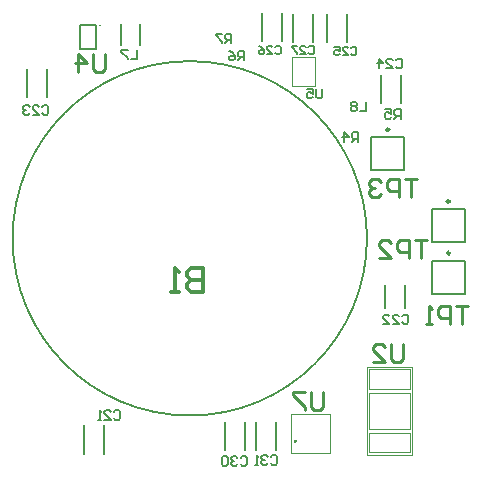
<source format=gbr>
%TF.GenerationSoftware,Altium Limited,Altium Designer,21.2.0 (30)*%
G04 Layer_Color=32896*
%FSLAX45Y45*%
%MOMM*%
%TF.SameCoordinates,6E67B6D2-48A1-4C3A-8D5B-8FB38F647B41*%
%TF.FilePolarity,Positive*%
%TF.FileFunction,Legend,Bot*%
%TF.Part,Single*%
G01*
G75*
%TA.AperFunction,NonConductor*%
%ADD34C,0.20000*%
%ADD62C,0.25000*%
%ADD63C,0.01000*%
%ADD64C,0.05000*%
%ADD65C,0.10000*%
%ADD66C,0.15000*%
%ADD67C,0.25400*%
%ADD68C,0.31000*%
D34*
X3073317Y1985390D02*
G03*
X3073317Y1985390I-1500000J0D01*
G01*
X3365607Y3129394D02*
Y3370607D01*
X3194393Y3129394D02*
Y3370607D01*
X2357930Y3655068D02*
Y3896281D01*
X2186717Y3655068D02*
Y3896281D01*
X990000Y3622500D02*
Y3797500D01*
X1150000Y3622500D02*
Y3797500D01*
X776200Y3585700D02*
Y3794300D01*
X643800Y3585700D02*
Y3794300D01*
X776200D01*
X643800Y3585700D02*
X776200D01*
X3390000Y2560000D02*
Y2840000D01*
X3110000Y2560000D02*
X3390000D01*
X3110000D02*
Y2840000D01*
X3110000Y2840000D02*
X3390000D01*
X3900804Y1951631D02*
Y2231631D01*
X3620805Y1951631D02*
X3900804D01*
X3620805D02*
Y2231631D01*
X3620804Y2231631D02*
X3900804D01*
X3625607Y1795607D02*
X3905607D01*
X3625607Y1515607D02*
Y1795606D01*
Y1515607D02*
X3905606D01*
X3905607Y1515607D02*
Y1795607D01*
X3394394Y1392427D02*
Y1593640D01*
X3224393Y1392427D02*
Y1593640D01*
X2305607Y189393D02*
Y430606D01*
X2134393Y189393D02*
Y430606D01*
X845607Y159393D02*
Y400607D01*
X674393Y159393D02*
Y400607D01*
X194393Y3179393D02*
Y3420607D01*
X365607Y3179393D02*
Y3420607D01*
X1872855Y189393D02*
Y430606D01*
X2044068Y189393D02*
Y430606D01*
X2444850Y3647524D02*
Y3888737D01*
X2616063Y3647524D02*
Y3888737D01*
X2736571Y3647524D02*
Y3888737D01*
X2907784Y3647524D02*
Y3888737D01*
D62*
X3262500Y2905000D02*
G03*
X3262500Y2905000I-12500J0D01*
G01*
X3773304Y2296631D02*
G03*
X3773304Y2296631I-12500J0D01*
G01*
X3778107Y1860607D02*
G03*
X3778107Y1860607I-12500J0D01*
G01*
X2468115Y267483D02*
G03*
X2468115Y267483I-1000J0D01*
G01*
D63*
X2629956Y3346909D02*
Y3518959D01*
Y3278959D02*
Y3379409D01*
X2434956Y3278959D02*
X2629956D01*
X2434956D02*
Y3518959D01*
X2629956D01*
D64*
X3094430Y374282D02*
Y673289D01*
X3437334Y374282D02*
Y673289D01*
X3094430D02*
X3437334D01*
X3094430Y374282D02*
X3437334D01*
X3094430Y712481D02*
Y876490D01*
X3437335Y712481D02*
Y876490D01*
X3094430D02*
X3437335D01*
X3094430Y712481D02*
X3437335D01*
X3072465Y151478D02*
Y897487D01*
X3458474Y151478D02*
Y897487D01*
X3072465D02*
X3458474D01*
X3072465Y151478D02*
X3458474D01*
X3094431Y172586D02*
Y336593D01*
X3437336Y172586D02*
Y336593D01*
X3094431D02*
X3437336D01*
X3094431Y172586D02*
X3437336D01*
D65*
X2759215Y165883D02*
Y496083D01*
X2429015Y165883D02*
Y496083D01*
Y165883D02*
X2759215D01*
X2429015Y496083D02*
X2759215D01*
X814300Y3788900D02*
Y3795565D01*
X807636D01*
Y3788900D01*
X814300D01*
D66*
X323316Y3096658D02*
X336645Y3109987D01*
X363303D01*
X376632Y3096658D01*
Y3043342D01*
X363303Y3030013D01*
X336645D01*
X323316Y3043342D01*
X243342Y3030013D02*
X296658D01*
X243342Y3083329D01*
Y3096658D01*
X256671Y3109987D01*
X283329D01*
X296658Y3096658D01*
X216684D02*
X203355Y3109987D01*
X176697D01*
X163368Y3096658D01*
Y3083329D01*
X176697Y3070000D01*
X190026D01*
X176697D01*
X163368Y3056671D01*
Y3043342D01*
X176697Y3030013D01*
X203355D01*
X216684Y3043342D01*
X3069345Y3142687D02*
Y3062713D01*
X3016029D01*
X2989371Y3129358D02*
X2976042Y3142687D01*
X2949384D01*
X2936055Y3129358D01*
Y3116029D01*
X2949384Y3102700D01*
X2936055Y3089371D01*
Y3076042D01*
X2949384Y3062713D01*
X2976042D01*
X2989371Y3076042D01*
Y3089371D01*
X2976042Y3102700D01*
X2989371Y3116029D01*
Y3129358D01*
X2976042Y3102700D02*
X2949384D01*
X3318450Y3492792D02*
X3331779Y3506121D01*
X3358437D01*
X3371766Y3492792D01*
Y3439476D01*
X3358437Y3426147D01*
X3331779D01*
X3318450Y3439476D01*
X3238476Y3426147D02*
X3291792D01*
X3238476Y3479463D01*
Y3492792D01*
X3251805Y3506121D01*
X3278463D01*
X3291792Y3492792D01*
X3171831Y3426147D02*
Y3506121D01*
X3211818Y3466134D01*
X3158502D01*
X2696645Y3249987D02*
Y3183342D01*
X2683316Y3170013D01*
X2656658D01*
X2643329Y3183342D01*
Y3249987D01*
X2563355D02*
X2616671D01*
Y3210000D01*
X2590013Y3223329D01*
X2576684D01*
X2563355Y3210000D01*
Y3183342D01*
X2576684Y3170013D01*
X2603342D01*
X2616671Y3183342D01*
X2296032Y3602706D02*
X2307695Y3614369D01*
X2331021D01*
X2342684Y3602706D01*
Y3556055D01*
X2331021Y3544392D01*
X2307695D01*
X2296032Y3556055D01*
X2226055Y3544392D02*
X2272706D01*
X2226055Y3591043D01*
Y3602706D01*
X2237718Y3614369D01*
X2261043D01*
X2272706Y3602706D01*
X2156077Y3614369D02*
X2179403Y3602706D01*
X2202729Y3579380D01*
Y3556055D01*
X2191066Y3544392D01*
X2167740D01*
X2156077Y3556055D01*
Y3567718D01*
X2167740Y3579380D01*
X2202729D01*
X1926253Y3637472D02*
Y3717446D01*
X1886266D01*
X1872937Y3704117D01*
Y3677459D01*
X1886266Y3664130D01*
X1926253D01*
X1899595D02*
X1872937Y3637472D01*
X1846279Y3717446D02*
X1792963D01*
Y3704117D01*
X1846279Y3650801D01*
Y3637472D01*
X2034447Y3492692D02*
Y3572666D01*
X1994460D01*
X1981131Y3559337D01*
Y3532679D01*
X1994460Y3519350D01*
X2034447D01*
X2007789D02*
X1981131Y3492692D01*
X1901156Y3572666D02*
X1927815Y3559337D01*
X1954473Y3532679D01*
Y3506021D01*
X1941143Y3492692D01*
X1914485D01*
X1901156Y3506021D01*
Y3519350D01*
X1914485Y3532679D01*
X1954473D01*
X1126645Y3579987D02*
Y3500013D01*
X1073329D01*
X1046671Y3579987D02*
X993355D01*
Y3566658D01*
X1046671Y3513342D01*
Y3500013D01*
X2003316Y126658D02*
X2016645Y139987D01*
X2043303D01*
X2056632Y126658D01*
Y73342D01*
X2043303Y60013D01*
X2016645D01*
X2003316Y73342D01*
X1976658Y126658D02*
X1963329Y139987D01*
X1936671D01*
X1923342Y126658D01*
Y113329D01*
X1936671Y100000D01*
X1950000D01*
X1936671D01*
X1923342Y86671D01*
Y73342D01*
X1936671Y60013D01*
X1963329D01*
X1976658Y73342D01*
X1896684Y126658D02*
X1883355Y139987D01*
X1856697D01*
X1843368Y126658D01*
Y73342D01*
X1856697Y60013D01*
X1883355D01*
X1896684Y73342D01*
Y126658D01*
X2998696Y2802064D02*
Y2882038D01*
X2958709D01*
X2945380Y2868709D01*
Y2842051D01*
X2958709Y2828722D01*
X2998696D01*
X2972038D02*
X2945380Y2802064D01*
X2878735D02*
Y2882038D01*
X2918722Y2842051D01*
X2865406D01*
X3358274Y2998384D02*
Y3078359D01*
X3318287D01*
X3304958Y3065030D01*
Y3038372D01*
X3318287Y3025042D01*
X3358274D01*
X3331616D02*
X3304958Y2998384D01*
X3224984Y3078359D02*
X3278300D01*
Y3038372D01*
X3251642Y3051701D01*
X3238313D01*
X3224984Y3038372D01*
Y3011714D01*
X3238313Y2998384D01*
X3264971D01*
X3278300Y3011714D01*
X3369767Y1326442D02*
X3383096Y1339771D01*
X3409754D01*
X3423083Y1326442D01*
Y1273126D01*
X3409754Y1259797D01*
X3383096D01*
X3369767Y1273126D01*
X3289793Y1259797D02*
X3343109D01*
X3289793Y1313113D01*
Y1326442D01*
X3303122Y1339771D01*
X3329780D01*
X3343109Y1326442D01*
X3209819Y1259797D02*
X3263135D01*
X3209819Y1313113D01*
Y1326442D01*
X3223147Y1339771D01*
X3249806D01*
X3263135Y1326442D01*
X2259987Y136658D02*
X2273316Y149987D01*
X2299974D01*
X2313303Y136658D01*
Y83342D01*
X2299974Y70013D01*
X2273316D01*
X2259987Y83342D01*
X2233329Y136658D02*
X2220000Y149987D01*
X2193342D01*
X2180013Y136658D01*
Y123329D01*
X2193342Y110000D01*
X2206671D01*
X2193342D01*
X2180013Y96671D01*
Y83342D01*
X2193342Y70013D01*
X2220000D01*
X2233329Y83342D01*
X2153355Y70013D02*
X2126697D01*
X2140025D01*
Y149987D01*
X2153355Y136658D01*
X929987Y516658D02*
X943316Y529987D01*
X969974D01*
X983303Y516658D01*
Y463342D01*
X969974Y450013D01*
X943316D01*
X929987Y463342D01*
X850013Y450013D02*
X903329D01*
X850013Y503329D01*
Y516658D01*
X863342Y529987D01*
X890000D01*
X903329Y516658D01*
X823355Y450013D02*
X796697D01*
X810026D01*
Y529987D01*
X823355Y516658D01*
X2577608Y3602706D02*
X2589271Y3614369D01*
X2612597D01*
X2624259Y3602706D01*
Y3556055D01*
X2612597Y3544392D01*
X2589271D01*
X2577608Y3556055D01*
X2507630Y3544392D02*
X2554282D01*
X2507630Y3591043D01*
Y3602706D01*
X2519293Y3614369D01*
X2542619D01*
X2554282Y3602706D01*
X2484304Y3614369D02*
X2437653D01*
Y3602706D01*
X2484304Y3556055D01*
Y3544392D01*
X2937262Y3593936D02*
X2948925Y3605599D01*
X2972251D01*
X2983914Y3593936D01*
Y3547284D01*
X2972251Y3535622D01*
X2948925D01*
X2937262Y3547284D01*
X2867285Y3535622D02*
X2913936D01*
X2867285Y3582273D01*
Y3593936D01*
X2878948Y3605599D01*
X2902273D01*
X2913936Y3593936D01*
X2797307Y3605599D02*
X2843959D01*
Y3570610D01*
X2820633Y3582273D01*
X2808970D01*
X2797307Y3570610D01*
Y3547284D01*
X2808970Y3535622D01*
X2832296D01*
X2843959Y3547284D01*
D67*
X856959Y3546175D02*
Y3419216D01*
X831567Y3393825D01*
X780784D01*
X755392Y3419216D01*
Y3546175D01*
X628433Y3393825D02*
Y3546175D01*
X704608Y3470000D01*
X603041D01*
X3580773Y1967426D02*
X3479206D01*
X3529989D01*
Y1815075D01*
X3428422D02*
Y1967426D01*
X3352247D01*
X3326855Y1942034D01*
Y1891250D01*
X3352247Y1865859D01*
X3428422D01*
X3174504Y1815075D02*
X3276071D01*
X3174504Y1916642D01*
Y1942034D01*
X3199896Y1967426D01*
X3250680D01*
X3276071Y1942034D01*
X3493134Y2486175D02*
X3391567D01*
X3442351D01*
Y2333825D01*
X3340784D02*
Y2486175D01*
X3264608D01*
X3239216Y2460783D01*
Y2410000D01*
X3264608Y2384608D01*
X3340784D01*
X3188433Y2460783D02*
X3163041Y2486175D01*
X3112257D01*
X3086866Y2460783D01*
Y2435392D01*
X3112257Y2410000D01*
X3137649D01*
X3112257D01*
X3086866Y2384608D01*
Y2359217D01*
X3112257Y2333825D01*
X3163041D01*
X3188433Y2359217D01*
X3924837Y1409668D02*
X3823270D01*
X3874054D01*
Y1257317D01*
X3772487D02*
Y1409668D01*
X3696311D01*
X3670920Y1384276D01*
Y1333493D01*
X3696311Y1308101D01*
X3772487D01*
X3620136Y1257317D02*
X3569353D01*
X3594744D01*
Y1409668D01*
X3620136Y1384276D01*
X3376150Y1088336D02*
Y961378D01*
X3350758Y935986D01*
X3299975D01*
X3274583Y961378D01*
Y1088336D01*
X3122232Y935986D02*
X3223799D01*
X3122232Y1037553D01*
Y1062945D01*
X3147624Y1088336D01*
X3198407D01*
X3223799Y1062945D01*
X2696959Y686175D02*
Y559217D01*
X2671567Y533825D01*
X2620783D01*
X2595392Y559217D01*
Y686175D01*
X2544608D02*
X2443041D01*
Y660784D01*
X2544608Y559217D01*
Y533825D01*
D68*
X1683290Y1729968D02*
Y1530032D01*
X1583322D01*
X1550000Y1563355D01*
Y1596677D01*
X1583322Y1630000D01*
X1683290D01*
X1583322D01*
X1550000Y1663323D01*
Y1696645D01*
X1583322Y1729968D01*
X1683290D01*
X1483355Y1530032D02*
X1416710D01*
X1450032D01*
Y1729968D01*
X1483355Y1696645D01*
%TF.MD5,657eabffa18867853d11fba8b3e430ff*%
M02*

</source>
